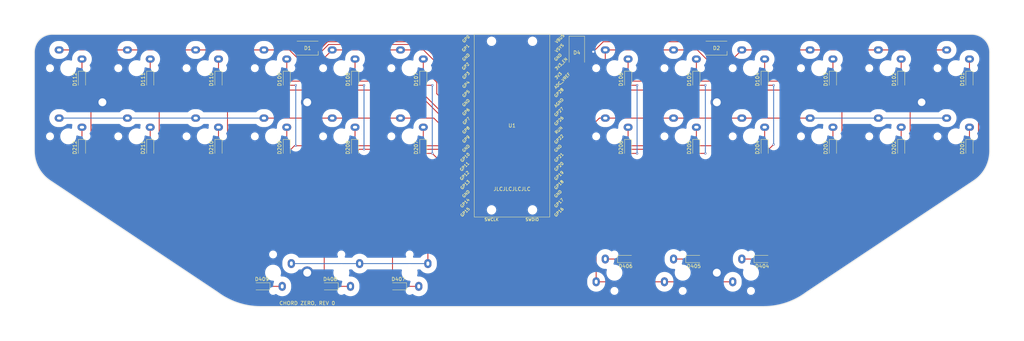
<source format=kicad_pcb>
(kicad_pcb (version 20211014) (generator pcbnew)
  (layers (0 "F.Cu" signal) (31 "B.Cu" signal) (34 "B.Paste" user) (35 "F.Paste" user) (36 "B.SilkS" user "B.Silkscreen") (37 "F.SilkS" user "F.Silkscreen") (38 "B.Mask" user) (39 "F.Mask" user) (44 "Edge.Cuts" user))
  (net 0 "")
  (net 1 "/COL1")
  (net 2 "/COL2")
  (net 3 "/COL3")
  (net 4 "/COL4")
  (net 5 "/COL5")
  (net 6 "/COL6")
  (net 7 "/DIN_DOUT")
  (net 9 "/ROW1")
  (net 10 "/ROW2")
  (net 20 "Net-(D409-Pad1)")
  (net 21 "Net-(D408-Pad1)")
  (net 22 "Net-(D407-Pad1)")
  (net 23 "Net-(D406-Pad1)")
  (net 24 "Net-(D405-Pad1)")
  (net 25 "Net-(D404-Pad1)")
  (net 26 "Net-(D212-Pad1)")
  (net 27 "Net-(D211-Pad1)")
  (net 28 "Net-(D210-Pad1)")
  (net 29 "Net-(D209-Pad1)")
  (net 30 "Net-(D208-Pad1)")
  (net 31 "Net-(D207-Pad1)")
  (net 32 "Net-(D206-Pad1)")
  (net 33 "Net-(D205-Pad1)")
  (net 34 "Net-(D204-Pad1)")
  (net 35 "Net-(D203-Pad1)")
  (net 36 "Net-(D202-Pad1)")
  (net 37 "Net-(D201-Pad1)")
  (net 38 "Net-(D112-Pad1)")
  (net 39 "Net-(D111-Pad1)")
  (net 40 "Net-(D110-Pad1)")
  (net 41 "Net-(D109-Pad1)")
  (net 42 "Net-(D108-Pad1)")
  (net 43 "Net-(D107-Pad1)")
  (net 44 "Net-(D106-Pad1)")
  (net 45 "Net-(D105-Pad1)")
  (net 46 "Net-(D104-Pad1)")
  (net 47 "Net-(D103-Pad1)")
  (net 48 "Net-(D102-Pad1)")
  (net 49 "Net-(D101-Pad1)")
  (net 50 "/ROW5")
  (net 51 "/ROW6")
  (net 53 "/ROW8")
  (net 59 "/RGB")
  (net 61 "GND")
  (net 62 "VBUS")
  (net 64 "/ROW4")
  (footprint "footprints:D_SOD-123" (layer "F.Cu") (at 31.61 62.69)
    (fp_text reference "D406")
    (fp_text value "1N4148W" hide)
  )
  (footprint "footprints:D_SOD-123" (layer "F.Cu") (at -43.69 31.61 -90)
    (fp_text reference "D208")
    (fp_text value "1N4148W" hide)
  )
  (footprint "footprints:D_SOD-123" (layer "F.Cu") (at -100.69 31.61 -90)
    (fp_text reference "D211")
    (fp_text value "1N4148W" hide)
  )
  (footprint "LED_SMD:LED_SK6812MINI_PLCC4_3.5x3.5mm_P1.75mm" (layer "F.Cu") (at 56.896 3.91)
    (fp_text reference "D2")
    (fp_text value "SK6812MINI")
  )
  (footprint "footprints:M2 Hole" (layer "F.Cu") (at -114 19)
    (fp_text reference "H2" hide)
    (fp_text value "MountingHole" hide)
  )
  (footprint "footprints:D_SOD-123" (layer "F.Cu") (at 108.31 31.61 -90)
    (fp_text reference "D202")
    (fp_text value "1N4148W" hide)
  )
  (footprint "footprints:D_SOD-123" (layer "F.Cu") (at -50.61 70.31 180)
    (fp_text reference "D408")
    (fp_text value "1N4148W" hide)
  )
  (footprint "footprints:D_SOD-123" (layer "F.Cu") (at 89.31 31.61 -90)
    (fp_text reference "D203")
    (fp_text value "1N4148W" hide)
  )
  (footprint "footprints:D_SOD-123" (layer "F.Cu") (at 70.31 31.61 -90)
    (fp_text reference "D204")
    (fp_text value "1N4148W" hide)
  )
  (footprint "footprints:D_SOD-123" (layer "F.Cu") (at -62.69 31.61 -90)
    (fp_text reference "D209")
    (fp_text value "1N4148W" hide)
  )
  (footprint "footprints:M2 Hole" (layer "F.Cu") (at 57 66.5)
    (fp_text reference "H6" hide)
    (fp_text value "MountingHole" hide)
  )
  (footprint "footprints:D_SOD-123" (layer "F.Cu") (at -43.69 12.61 -90)
    (fp_text reference "D108")
    (fp_text value "1N4148W" hide)
  )
  (footprint "footprints:D_SOD-123" (layer "F.Cu") (at 51.31 31.61 -90)
    (fp_text reference "D205")
    (fp_text value "1N4148W" hide)
  )
  (footprint "footprints:D_SOD-123" (layer "F.Cu") (at -119.69 31.61 -90)
    (fp_text reference "D212")
    (fp_text value "1N4148W" hide)
  )
  (footprint "footprints:M2 Hole" (layer "F.Cu") (at -57 19)
    (fp_text reference "H3" hide)
    (fp_text value "MountingHole" hide)
  )
  (footprint "footprints:D_SOD-123" (layer "F.Cu") (at -81.69 31.61 -90)
    (fp_text reference "D210")
    (fp_text value "1N4148W" hide)
  )
  (footprint "footprints:D_SOD-123" (layer "F.Cu") (at 127.31 12.61 -90)
    (fp_text reference "D101")
    (fp_text value "1N4148W" hide)
  )
  (footprint "footprints:M2 Hole" (layer "F.Cu") (at -57 66.5)
    (fp_text reference "H5" hide)
    (fp_text value "MountingHole" hide)
  )
  (footprint "footprints:D_SOD-123" (layer "F.Cu") (at -31.61 70.31 180)
    (fp_text reference "D407")
    (fp_text value "1N4148W" hide)
  )
  (footprint "footprints:D_SOD-123" (layer "F.Cu") (at -81.69 12.61 -90)
    (fp_text reference "D110")
    (fp_text value "1N4148W" hide)
  )
  (footprint "footprints:D_SOD-123" (layer "F.Cu") (at 89.31 12.61 -90)
    (fp_text reference "D103")
    (fp_text value "1N4148W" hide)
  )
  (footprint "footprints:M2 Hole" (layer "F.Cu") (at 57 19)
    (fp_text reference "H4" hide)
    (fp_text value "MountingHole" hide)
  )
  (footprint "footprints:D_SOD-123" (layer "F.Cu") (at -24.69 31.61 -90)
    (fp_text reference "D207")
    (fp_text value "1N4148W" hide)
  )
  (footprint "footprints:D_SOD-123" (layer "F.Cu") (at 50.61 62.69)
    (fp_text reference "D405")
    (fp_text value "1N4148W" hide)
  )
  (footprint "footprints:D_SOD-123" (layer "F.Cu") (at 69.61 62.69)
    (fp_text reference "D404")
    (fp_text value "1N4148W" hide)
  )
  (footprint "footprints:D_SOD-123" (layer "F.Cu") (at -62.69 12.61 -90)
    (fp_text reference "D109")
    (fp_text value "1N4148W" hide)
  )
  (footprint "footprints:D_SOD-123" (layer "F.Cu") (at -24.69 12.61 -90)
    (fp_text reference "D107")
    (fp_text value "1N4148W" hide)
  )
  (footprint "footprints:D_SOD-123" (layer "F.Cu") (at 51.31 12.61 -90)
    (fp_text reference "D105")
    (fp_text value "1N4148W" hide)
  )
  (footprint "footprints:RPi_Pico_SMD" (layer "F.Cu") (at 0 25.5)
    (fp_text reference "U1")
    (fp_text value "Pico")
  )
  (footprint "footprints:D_SOD-123" (layer "F.Cu") (at 70.31 12.61 -90)
    (fp_text reference "D104")
    (fp_text value "1N4148W" hide)
  )
  (footprint "footprints:D_SOD-123" (layer "F.Cu") (at -119.69 12.61 -90)
    (fp_text reference "D112")
    (fp_text value "1N4148W" hide)
  )
  (footprint "Diode_SMD:D_SMB_Handsoldering" (layer "F.Cu") (at 18.034 5.18 -90)
    (fp_text reference "D4")
    (fp_text value "P6SMB6.8A")
  )
  (footprint "LED_SMD:LED_SK6812MINI_PLCC4_3.5x3.5mm_P1.75mm" (layer "F.Cu") (at -56.896 3.91)
    (fp_text reference "D1")
    (fp_text value "SK6812MINI")
  )
  (footprint "footprints:D_SOD-123" (layer "F.Cu") (at 108.31 12.61 -90)
    (fp_text reference "D102")
    (fp_text value "1N4148W" hide)
  )
  (footprint "footprints:D_SOD-123" (layer "F.Cu") (at 32.31 31.61 -90)
    (fp_text reference "D206")
    (fp_text value "1N4148W" hide)
  )
  (footprint "footprints:D_SOD-123" (layer "F.Cu") (at 32.31 12.61 -90)
    (fp_text reference "D106")
    (fp_text value "1N4148W" hide)
  )
  (footprint "footprints:M2 Hole" (layer "F.Cu") (at 114 19)
    (fp_text reference "H1" hide)
    (fp_text value "MountingHole" hide)
  )
  (footprint "footprints:D_SOD-123" (layer "F.Cu") (at -69.61 70.31 180)
    (fp_text reference "D409")
    (fp_text value "1N4148W" hide)
  )
  (footprint "footprints:D_SOD-123" (layer "F.Cu") (at 127.31 31.61 -90)
    (fp_text reference "D201")
    (fp_text value "1N4148W" hide)
  )
  (footprint "footprints:D_SOD-123" (layer "F.Cu") (at -100.69 12.61 -90)
    (fp_text reference "D111")
    (fp_text value "1N4148W" hide)
  )
  (footprint "footprints:CherryMX_1u_snug_fit" (layer "B.Cu") (at 104.5 9.5 180)
    (fp_text reference "SW102" hide)
    (fp_text value "SW_Push" hide)
  )
  (footprint "footprints:CherryMX_1u_snug_fit" (layer "B.Cu") (at -85.5 9.5 180)
    (fp_text reference "SW110" hide)
    (fp_text value "SW_Push" hide)
  )
  (footprint "footprints:CherryMX_1u_snug_fit" (layer "B.Cu") (at -66.5 66.5 90)
    (fp_text reference "SW409" hide)
    (fp_text value "SW_Push" hide)
  )
  (footprint "footprints:CherryMX_1u_snug_fit" (layer "B.Cu") (at -28.5 28.5 180)
    (fp_text reference "SW207" hide)
    (fp_text value "SW_Push" hide)
  )
  (footprint "footprints:CherryMX_1u_snug_fit" (layer "B.Cu") (at -123.5 9.5 180)
    (fp_text reference "SW112" hide)
    (fp_text value "SW_Push" hide)
  )
  (footprint "footprints:CherryMX_1u_snug_fit" (layer "B.Cu") (at 66.5 9.5 180)
    (fp_text reference "SW104" hide)
    (fp_text value "SW_Push" hide)
  )
  (footprint "footprints:CherryMX_1u_snug_fit" (layer "B.Cu") (at 123.5 9.5 180)
    (fp_text reference "SW101" hide)
    (fp_text value "SW_Push" hide)
  )
  (footprint "footprints:CherryMX_1u_snug_fit" (layer "B.Cu") (at -66.5 9.5 180)
    (fp_text reference "SW109" hide)
    (fp_text value "SW_Push" hide)
  )
  (footprint "footprints:CherryMX_1u_snug_fit" (layer "B.Cu") (at -104.5 28.5 180)
    (fp_text reference "SW211" hide)
    (fp_text value "SW_Push" hide)
  )
  (footprint "footprints:CherryMX_1u_snug_fit" (layer "B.Cu") (at 85.5 28.5 180)
    (fp_text reference "SW203" hide)
    (fp_text value "SW_Push" hide)
  )
  (footprint "footprints:CherryMX_1u_snug_fit" (layer "B.Cu") (at 66.5 28.5 180)
    (fp_text reference "SW204" hide)
    (fp_text value "SW_Push" hide)
  )
  (footprint "footprints:CherryMX_1u_snug_fit" (layer "B.Cu") (at 28.5 66.5 -90)
    (fp_text reference "SW406" hide)
    (fp_text value "SW_Push" hide)
  )
  (footprint "footprints:CherryMX_1u_snug_fit" (layer "B.Cu") (at 47.5 9.5 180)
    (fp_text reference "SW105" hide)
    (fp_text value "SW_Push" hide)
  )
  (footprint "footprints:CherryMX_1u_snug_fit" (layer "B.Cu") (at -85.5 28.5 180)
    (fp_text reference "SW210" hide)
    (fp_text value "SW_Push" hide)
  )
  (footprint "footprints:CherryMX_1u_snug_fit" (layer "B.Cu") (at 47.5 66.5 -90)
    (fp_text reference "SW405" hide)
    (fp_text value "SW_Push" hide)
  )
  (footprint "footprints:CherryMX_1u_snug_fit" (layer "B.Cu") (at 104.5 28.5 180)
    (fp_text reference "SW202" hide)
    (fp_text value "SW_Push" hide)
  )
  (footprint "footprints:CherryMX_1u_snug_fit" (layer "B.Cu") (at 47.5 28.5 180)
    (fp_text reference "SW205" hide)
    (fp_text value "SW_Push" hide)
  )
  (footprint "footprints:CherryMX_1u_snug_fit" (layer "B.Cu") (at -28.5 9.5 180)
    (fp_text reference "SW107" hide)
    (fp_text value "SW_Push" hide)
  )
  (footprint "footprints:CherryMX_1u_snug_fit" (layer "B.Cu") (at 28.5 28.5 180)
    (fp_text reference "SW206" hide)
    (fp_text value "SW_Push" hide)
  )
  (footprint "footprints:CherryMX_1u_snug_fit" (layer "B.Cu") (at -47.5 66.5 90)
    (fp_text reference "SW408" hide)
    (fp_text value "SW_Push" hide)
  )
  (footprint "footprints:CherryMX_1u_snug_fit" (layer "B.Cu") (at -123.5 28.5 180)
    (fp_text reference "SW212" hide)
    (fp_text value "SW_Push" hide)
  )
  (footprint "footprints:CherryMX_1u_snug_fit" (layer "B.Cu") (at 28.5 9.5 180)
    (fp_text reference "SW106" hide)
    (fp_text value "SW_Push" hide)
  )
  (footprint "footprints:CherryMX_1u_snug_fit" (layer "B.Cu") (at 66.5 66.5 -90)
    (fp_text reference "SW404" hide)
    (fp_text value "SW_Push" hide)
  )
  (footprint "footprints:CherryMX_1u_snug_fit" (layer "B.Cu") (at -104.5 9.5 180)
    (fp_text reference "SW111" hide)
    (fp_text value "SW_Push" hide)
  )
  (footprint "footprints:CherryMX_1u_snug_fit" (layer "B.Cu") (at -28.5 66.5 90)
    (fp_text reference "SW407" hide)
    (fp_text value "SW_Push" hide)
  )
  (footprint "footprints:CherryMX_1u_snug_fit" (layer "B.Cu") (at 123.5 28.5 180)
    (fp_text reference "SW201" hide)
    (fp_text value "SW_Push" hide)
  )
  (footprint "footprints:CherryMX_1u_snug_fit" (layer "B.Cu") (at -47.5 9.5 180)
    (fp_text reference "SW108" hide)
    (fp_text value "SW_Push" hide)
  )
  (footprint "footprints:CherryMX_1u_snug_fit" (layer "B.Cu") (at -47.5 28.5 180)
    (fp_text reference "SW208" hide)
    (fp_text value "SW_Push" hide)
  )
  (footprint "footprints:CherryMX_1u_snug_fit" (layer "B.Cu") (at -66.5 28.5 180)
    (fp_text reference "SW209" hide)
    (fp_text value "SW_Push" hide)
  )
  (footprint "footprints:CherryMX_1u_snug_fit" (layer "B.Cu") (at 85.5 9.5 180)
    (fp_text reference "SW103" hide)
    (fp_text value "SW_Push" hide)
  )
  (gr_line (start 128 0) (end -128 0) (layer "Edge.Cuts") (width 0.1))
  (gr_arc (start 128 0) (mid 131.535534 1.464466) (end 133 5) (layer "Edge.Cuts") (width 0.1))
  (gr_arc (start 82 72) (mid 76.324825 74.974475) (end 70 76) (layer "Edge.Cuts") (width 0.1))
  (gr_arc (start -128.459806 40.977978) (mid -131.791825 37.364466) (end -133 32.6) (layer "Edge.Cuts") (width 0.1))
  (gr_line (start 82 72) (end 128.459806 40.977978) (layer "Edge.Cuts") (width 0.1))
  (gr_arc (start -133 5) (mid -131.535534 1.464466) (end -128 0) (layer "Edge.Cuts") (width 0.1))
  (gr_line (start 133 32.6) (end 133 5) (layer "Edge.Cuts") (width 0.1))
  (gr_line (start -133 32.6) (end -133 5) (layer "Edge.Cuts") (width 0.1))
  (gr_arc (start -70 76) (mid -76.324555 74.973666) (end -82 72) (layer "Edge.Cuts") (width 0.1))
  (gr_line (start -82 72) (end -128.459806 40.977978) (layer "Edge.Cuts") (width 0.1))
  (gr_line (start -70 76) (end 70 76) (layer "Edge.Cuts") (width 0.1))
  (gr_arc (start 133 32.6) (mid 131.791987 37.364553) (end 128.459806 40.977978) (layer "Edge.Cuts") (width 0.1))
  (gr_text "JLCJLCJLCJLC" (at 0 43.18) (layer "F.SilkS") (effects (font (size 1 1))))
  (gr_text "CHORD ZERO, REV 0" (at -57 75) (layer "F.SilkS") (effects (font (size 1 1))))
  (segment (start 10.795 29.31) (end 27.995 12.11) (width 0.25) (layer "F.Cu") (net 1))
  (segment (start 127.31 14.26) (end 125.16 12.11) (width 0.25) (layer "F.Cu") (net 1))
  (segment (start 8.89 29.31) (end 10.795 29.31) (width 0.25) (layer "F.Cu") (net 1))
  (segment (start -119.69 14.26) (end -117.19 14.26) (width 0.25) (layer "F.Cu") (net 1))
  (segment (start -117.19 30.76) (end -119.69 33.26) (width 0.25) (layer "F.Cu") (net 1))
  (segment (start -22.28 12.11) (end -115.04 12.11) (width 0.25) (layer "F.Cu") (net 1))
  (segment (start 27.995 12.11) (end 29.155 12.11) (width 0.25) (layer "F.Cu") (net 1))
  (segment (start -1.905 25.5) (end -12.065 25.5) (width 0.25) (layer "F.Cu") (net 1))
  (segment (start 8.89 29.31) (end 1.905 29.31) (width 0.25) (layer "F.Cu") (net 1))
  (segment (start 1.905 29.31) (end -1.905 25.5) (width 0.25) (layer "F.Cu") (net 1))
  (segment (start -12.065 25.5) (end -20.955 16.61) (width 0.25) (layer "F.Cu") (net 1))
  (segment (start -115.04 12.11) (end -117.19 14.26) (width 0.25) (layer "F.Cu") (net 1))
  (segment (start 129.81 30.76) (end 129.81 16.76) (width 0.25) (layer "F.Cu") (net 1))
  (segment (start -20.955 13.435) (end -22.28 12.11) (width 0.25) (layer "F.Cu") (net 1))
  (segment (start -117.19 14.26) (end -117.19 30.76) (width 0.25) (layer "F.Cu") (net 1))
  (segment (start -20.955 16.61) (end -20.955 13.435) (width 0.25) (layer "F.Cu") (net 1))
  (segment (start 127.31 33.26) (end 129.81 30.76) (width 0.25) (layer "F.Cu") (net 1))
  (segment (start 129.81 16.76) (end 127.31 14.26) (width 0.25) (layer "F.Cu") (net 1))
  (segment (start 125.16 12.11) (end 29.155 12.11) (width 0.25) (layer "F.Cu") (net 1))
  (segment (start 110.81 30.76) (end 110.81 16.76) (width 0.25) (layer "F.Cu") (net 2))
  (segment (start 30.17 13.11) (end 107.16 13.11) (width 0.25) (layer "F.Cu") (net 2))
  (segment (start -98.19 30.76) (end -100.69 33.26) (width 0.25) (layer "F.Cu") (net 2))
  (segment (start 0.635 30.58) (end 12.065 30.58) (width 0.25) (layer "F.Cu") (net 2))
  (segment (start 29.535 13.11) (end 30.17 13.11) (width 0.25) (layer "F.Cu") (net 2))
  (segment (start -8.89 29.31) (end -0.635 29.31) (width 0.25) (layer "F.Cu") (net 2))
  (segment (start -28.265 13.11) (end -12.065 29.31) (width 0.25) (layer "F.Cu") (net 2))
  (segment (start -97.04 13.11) (end -96.04 13.11) (width 0.25) (layer "F.Cu") (net 2))
  (segment (start -100.69 14.26) (end -98.19 14.26) (width 0.25) (layer "F.Cu") (net 2))
  (segment (start -96.04 13.11) (end -28.265 13.11) (width 0.25) (layer "F.Cu") (net 2))
  (segment (start -12.065 29.31) (end -8.89 29.31) (width 0.25) (layer "F.Cu") (net 2))
  (segment (start 108.31 33.26) (end 110.81 30.76) (width 0.25) (layer "F.Cu") (net 2))
  (segment (start -98.19 14.26) (end -97.04 13.11) (width 0.25) (layer "F.Cu") (net 2))
  (segment (start -0.635 29.31) (end 0.635 30.58) (width 0.25) (layer "F.Cu") (net 2))
  (segment (start 110.81 16.76) (end 108.31 14.26) (width 0.25) (layer "F.Cu") (net 2))
  (segment (start 12.065 30.58) (end 29.535 13.11) (width 0.25) (layer "F.Cu") (net 2))
  (segment (start -98.19 14.26) (end -98.19 30.76) (width 0.25) (layer "F.Cu") (net 2))
  (segment (start 107.16 13.11) (end 108.31 14.26) (width 0.25) (layer "F.Cu") (net 2))
  (segment (start -27.035 15.61) (end -28.305 15.61) (width 0.25) (layer "F.Cu") (net 3))
  (segment (start 89.31 33.26) (end 91.81 30.76) (width 0.25) (layer "F.Cu") (net 3))
  (segment (start -12.065 30.58) (end -27.035 15.61) (width 0.25) (layer "F.Cu") (net 3))
  (segment (start 8.89 34.39) (end 1.905 34.39) (width 0.25) (layer "F.Cu") (net 3))
  (segment (start 8.89 34.39) (end 10.795 34.39) (width 0.25) (layer "F.Cu") (net 3))
  (segment (start 91.81 18.11) (end 91.81 18.46) (width 0.25) (layer "F.Cu") (net 3))
  (segment (start 89.31 15.61) (end 91.81 18.11) (width 0.25) (layer "F.Cu") (net 3))
  (segment (start 29.575 15.61) (end 89.31 15.61) (width 0.25) (layer "F.Cu") (net 3))
  (segment (start 10.795 34.39) (end 29.575 15.61) (width 0.25) (layer "F.Cu") (net 3))
  (segment (start 91.81 30.76) (end 91.81 18.46) (width 0.25) (layer "F.Cu") (net 3))
  (segment (start -81.69 33.26) (end -79.19 30.76) (width 0.25) (layer "F.Cu") (net 3))
  (segment (start 1.905 34.39) (end -1.905 30.58) (width 0.25) (layer "F.Cu") (net 3))
  (segment (start -1.905 30.58) (end -12.065 30.58) (width 0.25) (layer "F.Cu") (net 3))
  (segment (start -81.69 14.26) (end -80.34 15.61) (width 0.25) (layer "F.Cu") (net 3))
  (segment (start -79.19 30.76) (end -79.19 15.61) (width 0.25) (layer "F.Cu") (net 3))
  (segment (start -80.34 15.61) (end -79.19 15.61) (width 0.25) (layer "F.Cu") (net 3))
  (segment (start 89.31 14.26) (end 89.31 15.61) (width 0.25) (layer "F.Cu") (net 3))
  (segment (start -79.19 15.61) (end -28.305 15.61) (width 0.25) (layer "F.Cu") (net 3))
  (segment (start 70.31 33.26) (end 72.81 30.76) (width 0.25) (layer "F.Cu") (net 4))
  (segment (start -0.635 36.93) (end 0.635 38.2) (width 0.25) (layer "F.Cu") (net 4))
  (segment (start 19.155 31.11) (end 68.16 31.11) (width 0.25) (layer "F.Cu") (net 4))
  (segment (start -8.89 36.93) (end -10.795 36.93) (width 0.25) (layer "F.Cu") (net 4))
  (segment (start -62.69 14.26) (end -60.19 14.26) (width 0.25) (layer "F.Cu") (net 4))
  (segment (start 70.31 14.26) (end 72.81 14.26) (width 0.25) (layer "F.Cu") (net 4))
  (segment (start -71.26 70.31) (end -71.26 41.83) (width 0.25) (layer "F.Cu") (net 4))
  (segment (start 70.31 33.26) (end 71.26 34.21) (width 0.25) (layer "F.Cu") (net 4))
  (segment (start 71.26 34.21) (end 71.26 62.69) (width 0.25) (layer "F.Cu") (net 4))
  (segment (start -71.26 41.83) (end -62.69 33.26) (width 0.25) (layer "F.Cu") (net 4))
  (segment (start -16.615 31.11) (end -60.54 31.11) (width 0.25) (layer "F.Cu") (net 4))
  (segment (start -60.54 31.11) (end -62.69 33.26) (width 0.25) (layer "F.Cu") (net 4))
  (segment (start -10.795 36.93) (end -16.615 31.11) (width 0.25) (layer "F.Cu") (net 4))
  (segment (start 12.065 38.2) (end 19.155 31.11) (width 0.25) (layer "F.Cu") (net 4))
  (segment (start 68.16 31.11) (end 70.31 33.26) (width 0.25) (layer "F.Cu") (net 4))
  (segment (start -8.89 36.93) (end -0.635 36.93) (width 0.25) (layer "F.Cu") (net 4))
  (segment (start 0.635 38.2) (end 12.065 38.2) (width 0.25) (layer "F.Cu") (net 4))
  (via (at -60.19 31.11) (size 0.6) (drill 0.3) (layers "F.Cu" "B.Cu") (net 4))
  (via (at 72.81 14.26) (size 0.6) (drill 0.3) (layers "F.Cu" "B.Cu") (net 4))
  (via (at -60.19 14.26) (size 0.6) (drill 0.3) (layers "F.Cu" "B.Cu") (net 4))
  (via (at 72.81 30.76) (size 0.6) (drill 0.3) (layers "F.Cu" "B.Cu") (net 4))
  (segment (start -60.19 14.26) (end -60.19 31.11) (width 0.25) (layer "B.Cu") (net 4))
  (segment (start 72.81 30.76) (end 72.81 14.26) (width 0.25) (layer "B.Cu") (net 4))
  (segment (start 51.31 33.26) (end 53.81 33.26) (width 0.25) (layer "F.Cu") (net 5))
  (segment (start -43.69 14.26) (end -41.19 14.26) (width 0.25) (layer "F.Cu") (net 5))
  (segment (start 50.16 32.11) (end 51.31 33.26) (width 0.25) (layer "F.Cu") (net 5))
  (segment (start 20.695 32.11) (end 50.16 32.11) (width 0.25) (layer "F.Cu") (net 5))
  (segment (start -52.26 70.31) (end -52.26 41.83) (width 0.25) (layer "F.Cu") (net 5))
  (segment (start 51.31 14.26) (end 53.81 14.26) (width 0.25) (layer "F.Cu") (net 5))
  (segment (start 13.335 39.47) (end 20.695 32.11) (width 0.25) (layer "F.Cu") (net 5))
  (segment (start -52.26 41.83) (end -43.69 33.26) (width 0.25) (layer "F.Cu") (net 5))
  (segment (start -18.155 32.11) (end -42.54 32.11) (width 0.25) (layer "F.Cu") (net 5))
  (segment (start 0.635 39.47) (end -0.635 38.2) (width 0.25) (layer "F.Cu") (net 5))
  (segment (start 52.26 62.69) (end 52.26 34.21) (width 0.25) (layer "F.Cu") (net 5))
  (segment (start 8.89 39.47) (end 0.635 39.47) (width 0.25) (layer "F.Cu") (net 5))
  (segment (start 52.26 34.21) (end 51.31 33.26) (width 0.25) (layer "F.Cu") (net 5))
  (segment (start 8.89 39.47) (end 13.335 39.47) (width 0.25) (layer "F.Cu") (net 5))
  (segment (start -12.065 38.2) (end -18.155 32.11) (width 0.25) (layer "F.Cu") (net 5))
  (segment (start -0.635 38.2) (end -12.065 38.2) (width 0.25) (layer "F.Cu") (net 5))
  (segment (start -42.54 32.11) (end -43.69 33.26) (width 0.25) (layer "F.Cu") (net 5))
  (via (at -41.19 32.11) (size 0.6) (drill 0.3) (layers "F.Cu" "B.Cu") (net 5))
  (via (at 53.81 33.26) (size 0.6) (drill 0.3) (layers "F.Cu" "B.Cu") (net 5))
  (via (at -41.19 14.26) (size 0.6) (drill 0.3) (layers "F.Cu" "B.Cu") (net 5))
  (via (at 53.81 14.26) (size 0.6) (drill 0.3) (layers "F.Cu" "B.Cu") (net 5))
  (segment (start -41.19 14.26) (end -41.19 30.76) (width 0.25) (layer "B.Cu") (net 5))
  (segment (start -41.19 30.76) (end -41.19 32.11) (width 0.25) (layer "B.Cu") (net 5))
  (segment (start 53.81 33.26) (end 53.81 14.26) (width 0.25) (layer "B.Cu") (net 5))
  (segment (start -24.69 14.26) (end -22.19 14.26) (width 0.25) (layer "F.Cu") (net 6))
  (segment (start 32.31 14.26) (end 34.81 14.26) (width 0.25) (layer "F.Cu") (net 6))
  (segment (start -22.19 33.26) (end -24.69 33.26) (width 0.25) (layer "F.Cu") (net 6))
  (segment (start 24.83 40.74) (end 33.26 49.17) (width 0.25) (layer "F.Cu") (net 6))
  (segment (start -8.89 39.47) (end -0.635 39.47) (width 0.25) (layer "F.Cu") (net 6))
  (segment (start 24.83 40.74) (end 2.54 40.74) (width 0.25) (layer "F.Cu") (net 6))
  (segment (start -8.89 39.47) (end -15.98 39.47) (width 0.25) (layer "F.Cu") (net 6))
  (segment (start -15.98 39.47) (end -22.19 33.26) (width 0.25) (layer "F.Cu") (net 6))
  (segment (start 32.31 33.26) (end 24.83 40.74) (width 0.25) (layer "F.Cu") (net 6))
  (segment (start -33.26 41.83) (end -24.69 33.26) (width 0.25) (layer "F.Cu") (net 6))
  (segment (start 32.31 33.26) (end 34.81 33.26) (width 0.25) (layer "F.Cu") (net 6))
  (segment (start 33.26 49.17) (end 33.26 62.69) (width 0.25) (layer "F.Cu") (net 6))
  (segment (start -33.26 70.31) (end -33.26 41.83) (width 0.25) (layer "F.Cu") (net 6))
  (segment (start -0.635 39.47) (end 0.635 40.74) (width 0.25) (layer "F.Cu") (net 6))
  (segment (start 0.635 40.74) (end 2.54 40.74) (width 0.25) (layer "F.Cu") (net 6))
  (via (at 34.81 14.26) (size 0.6) (drill 0.3) (layers "F.Cu" "B.Cu") (net 6))
  (via (at -22.19 14.26) (size 0.6) (drill 0.3) (layers "F.Cu" "B.Cu") (net 6))
  (via (at -22.19 33.26) (size 0.6) (drill 0.3) (layers "F.Cu" "B.Cu") (net 6))
  (via (at 34.81 33.26) (size 0.6) (drill 0.3) (layers "F.Cu" "B.Cu") (net 6))
  (segment (start -22.19 14.26) (end -22.19 33.26) (width 0.25) (layer "B.Cu") (net 6))
  (segment (start 34.81 33.26) (end 34.81 14.26) (width 0.25) (layer "B.Cu") (net 6))
  (segment (start -58.279 3.035) (end -58.646 3.035) (width 0.25) (layer "F.Cu") (net 7))
  (segment (start -23.622 1.37) (end -51.562 1.37) (width 0.25) (layer "F.Cu") (net 7))
  (segment (start -54.102 3.91) (end -57.404 3.91) (width 0.25) (layer "F.Cu") (net 7))
  (segment (start 55.372 1.37) (end 23.876 1.37) (width 0.25) (layer "F.Cu") (net 7))
  (segment (start -19.812 5.18) (end -23.622 1.37) (width 0.25) (layer "F.Cu") (net 7))
  (segment (start 56.896 3.402) (end 56.896 2.894) (width 0.25) (layer "F.Cu") (net 7))
  (segment (start -6.35 6.196) (end -7.366 5.18) (width 0.25) (layer "F.Cu") (net 7))
  (segment (start -57.404 3.91) (end -58.279 3.035) (width 0.25) (layer "F.Cu") (net 7))
  (segment (start 56.896 2.894) (end 55.372 1.37) (width 0.25) (layer "F.Cu") (net 7))
  (segment (start 6.35 6.196) (end -6.35 6.196) (width 0.25) (layer "F.Cu") (net 7))
  (segment (start 58.646 4.785) (end 58.279 4.785) (width 0.25) (layer "F.Cu") (net 7))
  (segment (start -51.562 1.37) (end -54.102 3.91) (width 0.25) (layer "F.Cu") (net 7))
  (segment (start 20.066 5.18) (end 7.366 5.18) (width 0.25) (layer "F.Cu") (net 7))
  (segment (start 7.366 5.18) (end 6.35 6.196) (width 0.25) (layer "F.Cu") (net 7))
  (segment (start 23.876 1.37) (end 20.066 5.18) (width 0.25) (layer "F.Cu") (net 7))
  (segment (start -7.366 5.18) (end -19.812 5.18) (width 0.25) (layer "F.Cu") (net 7))
  (segment (start 58.279 4.785) (end 56.896 3.402) (width 0.25) (layer "F.Cu") (net 7))
  (segment (start 44.96 4.42) (end 50.29 4.42) (width 0.25) (layer "F.Cu") (net 9))
  (segment (start 8.89 24.23) (end 10.795 24.23) (width 0.25) (layer "F.Cu") (net 9))
  (segment (start 44.96 4.42) (end 25.96 4.42) (width 0.25) (layer "F.Cu") (net 9))
  (segment (start 120.96 4.42) (end 101.96 4.42) (width 0.25) (layer "F.Cu") (net 9))
  (segment (start 82.96 4.42) (end 63.96 4.42) (width 0.25) (layer "F.Cu") (net 9))
  (segment (start 10.795 24.23) (end 25.96 9.065) (width 0.25) (layer "F.Cu") (net 9))
  (segment (start 54.864 7.72) (end 51.564 4.42) (width 0.25) (layer "F.Cu") (net 9))
  (segment (start 101.96 4.42) (end 82.96 4.42) (width 0.25) (layer "F.Cu") (net 9))
  (segment (start 51.564 4.42) (end 50.29 4.42) (width 0.25) (layer "F.Cu") (net 9))
  (segment (start 60.66 7.72) (end 63.96 4.42) (width 0.25) (layer "F.Cu") (net 9))
  (segment (start 54.864 7.72) (end 60.66 7.72) (width 0.25) (layer "F.Cu") (net 9))
  (segment (start 25.96 9.065) (end 25.96 4.42) (width 0.25) (layer "F.Cu") (net 9))
  (segment (start 82.96 23.42) (end 63.96 23.42) (width 0.25) (layer "F.Cu") (net 10))
  (segment (start 63.96 23.42) (end 44.96 23.42) (width 0.25) (layer "F.Cu") (net 10))
  (segment (start 8.89 36.93) (end 10.795 36.93) (width 0.25) (layer "F.Cu") (net 10))
  (segment (start 44.96 23.42) (end 25.96 23.42) (width 0.25) (layer "F.Cu") (net 10))
  (segment (start 10.795 36.93) (end 24.305 23.42) (width 0.25) (layer "F.Cu") (net 10))
  (segment (start 24.305 23.42) (end 25.96 23.42) (width 0.25) (layer "F.Cu") (net 10))
  (segment (start 82.96 23.42) (end 101.96 23.42) (width 0.25) (layer "B.Cu") (net 10))
  (segment (start 101.96 23.42) (end 120.96 23.42) (width 0.25) (layer "B.Cu") (net 10))
  (segment (start -63.96 70.31) (end -67.96 70.31) (width 0.25) (layer "F.Cu") (net 20))
  (segment (start -48.96 70.31) (end -44.96 70.31) (width 0.25) (layer "F.Cu") (net 21))
  (segment (start -29.96 70.31) (end -25.96 70.31) (width 0.25) (layer "F.Cu") (net 22))
  (segment (start 25.96 62.69) (end 29.96 62.69) (width 0.25) (layer "F.Cu") (net 23))
  (segment (start 44.96 62.69) (end 48.96 62.69) (width 0.25) (layer "F.Cu") (net 24))
  (segment (start 63.96 62.69) (end 67.96 62.69) (width 0.25) (layer "F.Cu") (net 25))
  (segment (start -119.69 25.96) (end -119.69 29.96) (width 0.25) (layer "F.Cu") (net 26))
  (segment (start -100.69 25.96) (end -100.69 29.96) (width 0.25) (layer "F.Cu") (net 27))
  (segment (start -81.69 25.96) (end -81.69 29.96) (width 0.25) (layer "F.Cu") (net 28))
  (segment (start -62.69 25.96) (end -62.69 29.96) (width 0.25) (layer "F.Cu") (net 29))
  (segment (start -43.69 25.96) (end -43.69 29.96) (width 0.25) (layer "F.Cu") (net 30))
  (segment (start -24.69 25.96) (end -24.69 29.96) (width 0.25) (layer "F.Cu") (net 31))
  (segment (start 32.31 25.96) (end 32.31 29.96) (width 0.25) (layer "F.Cu") (net 32))
  (segment (start 51.31 25.96) (end 51.31 29.96) (width 0.25) (layer "F.Cu") (net 33))
  (segment (start 70.31 25.96) (end 70.31 29.96) (width 0.25) (layer "F.Cu") (net 34))
  (segment (start 89.31 25.96) (end 89.31 29.96) (width 0.25) (layer "F.Cu") (net 35))
  (segment (start 108.31 25.96) (end 108.31 29.96) (width 0.25) (layer "F.Cu") (net 36))
  (segment (start 127.31 25.96) (end 127.31 29.96) (width 0.25) (layer "F.Cu") (net 37))
  (segment (start -119.69 10.96) (end -119.69 6.96) (width 0.25) (layer "F.Cu") (net 38))
  (segment (start -100.69 10.96) (end -100.69 6.96) (width 0.25) (layer "F.Cu") (net 39))
  (segment (start -81.69 10.96) (end -81.69 6.96) (width 0.25) (layer "F.Cu") (net 40))
  (segment (start -62.69 10.96) (end -62.69 6.96) (width 0.25) (layer "F.Cu") (net 41))
  (segment (start -43.69 10.96) (end -43.69 6.96) (width 0.25) (layer "F.Cu") (net 42))
  (segment (start -24.69 10.96) (end -24.69 6.96) (width 0.25) (layer "F.Cu") (net 43))
  (segment (start 32.31 6.96) (end 32.31 10.96) (width 0.25) (layer "F.Cu") (net 44))
  (segment (start 51.31 6.96) (end 51.31 10.96) (width 0.25) (layer "F.Cu") (net 45))
  (segment (start 70.31 6.96) (end 70.31 10.96) (width 0.25) (layer "F.Cu") (net 46))
  (segment (start 89.31 6.96) (end 89.31 10.96) (width 0.25) (layer "F.Cu") (net 47))
  (segment (start 108.31 6.96) (end 108.31 10.96) (width 0.25) (layer "F.Cu") (net 48))
  (segment (start 127.31 6.96) (end 127.31 10.96) (width 0.25) (layer "F.Cu") (net 49))
  (segment (start -88.04 4.42) (end -69.04 4.42) (width 0.25) (layer "F.Cu") (net 50))
  (segment (start -10.795 24.23) (end -19.05 15.975) (width 0.25) (layer "F.Cu") (net 50))
  (segment (start -107.04 4.42) (end -88.04 4.42) (width 0.25) (layer "F.Cu") (net 50))
  (segment (start -69.04 4.42) (end -61.974 4.42) (width 0.25) (layer "F.Cu") (net 50))
  (segment (start -19.05 15.975) (end -19.05 10.006) (width 0.25) (layer "F.Cu") (net 50))
  (segment (start -25.652 4.42) (end -31.04 4.42) (width 0.25) (layer "F.Cu") (net 50))
  (segment (start -50.04 4.42) (end -31.04 4.42) (width 0.25) (layer "F.Cu") (net 50))
  (segment (start -53.34 7.72) (end -58.674 7.72) (width 0.25) (layer "F.Cu") (net 50))
  (segment (start -8.89 24.23) (end -10.795 24.23) (width 0.25) (layer "F.Cu") (net 50))
  (segment (start -19.05 10.006) (end -24.636 4.42) (width 0.25) (layer "F.Cu") (net 50))
  (segment (start -58.674 7.72) (end -61.974 4.42) (width 0.25) (layer "F.Cu") (net 50))
  (segment (start -24.636 4.42) (end -25.652 4.42) (width 0.25) (layer "F.Cu") (net 50))
  (segment (start -126.04 4.42) (end -107.04 4.42) (width 0.25) (layer "F.Cu") (net 50))
  (segment (start -50.04 4.42) (end -53.34 7.72) (width 0.25) (layer "F.Cu") (net 50))
  (segment (start -31.04 23.42) (end -21.765 23.42) (width 0.25) (layer "F.Cu") (net 51))
  (segment (start -21.765 23.42) (end -10.795 34.39) (width 0.25) (layer "F.Cu") (net 51))
  (segment (start -50.04 23.42) (end -31.04 23.42) (width 0.25) (layer "F.Cu") (net 51))
  (segment (start -69.04 23.42) (end -50.04 23.42) (width 0.25) (layer "F.Cu") (net 51))
  (segment (start -10.795 34.39) (end -8.89 34.39) (width 0.25) (layer "F.Cu") (net 51))
  (segment (start -88.04 23.42) (end -69.04 23.42) (width 0.25) (layer "B.Cu") (net 51))
  (segment (start -107.04 23.42) (end -88.04 23.42) (width 0.25) (layer "B.Cu") (net 51))
  (segment (start -126.04 23.42) (end -107.04 23.42) (width 0.25) (layer "B.Cu") (net 51))
  (segment (start -8.89 47.09) (end -10.795 47.09) (width 0.25) (layer "F.Cu") (net 53))
  (segment (start -10.795 47.09) (end -23.42 59.715) (width 0.25) (layer "F.Cu") (net 53))
  (segment (start -23.42 59.715) (end -23.42 63.96) (width 0.25) (layer "F.Cu") (net 53))
  (segment (start -61.42 63.96) (end -42.42 63.96) (width 0.25) (layer "B.Cu") (net 53))
  (segment (start -42.42 63.96) (end -23.42 63.96) (width 0.25) (layer "B.Cu") (net 53))
  (segment (start -51.308 2.132) (end -53.961 4.785) (width 0.25) (layer "F.Cu") (net 59))
  (segment (start -24.638 2.132) (end -51.308 2.132) (width 0.25) (layer "F.Cu") (net 59))
  (segment (start -8.89 8.99) (end -14.224 8.99) (width 0.25) (layer "F.Cu") (net 59))
  (segment (start -17.78 8.99) (end -24.638 2.132) (width 0.25) (layer "F.Cu") (net 59))
  (segment (start -14.224 8.99) (end -17.78 8.99) (width 0.25) (layer "F.Cu") (net 59))
  (segment (start -53.961 4.785) (end -55.146 4.785) (width 0.25) (layer "F.Cu") (net 59))
  (segment (start 8.89 6.45) (end 8.636 6.704) (width 0.25) (layer "F.Cu") (net 61))
  (segment (start -5.588 6.704) (end -6.096 6.704) (width 0.25) (layer "F.Cu") (net 61))
  (segment (start -53.848 5.688) (end -51.054 2.894) (width 0.25) (layer "F.Cu") (net 61))
  (segment (start -57.404 5.688) (end -53.848 5.688) (width 0.25) (layer "F.Cu") (net 61))
  (segment (start 22.606 4.926) (end 25.4 2.132) (width 0.25) (layer "F.Cu") (net 61))
  (segment (start 25.4 2.132) (end 52.07 2.132) (width 0.25) (layer "F.Cu") (net 61))
  (segment (start -24.892 2.894) (end -17.526 10.26) (width 0.25) (layer "F.Cu") (net 61))
  (segment (start -6.096 6.704) (end -8.636 6.704) (width 0.25) (layer "F.Cu") (net 61))
  (segment (start 8.636 6.704) (end -3.048 6.704) (width 0.25) (layer "F.Cu") (net 61))
  (segment (start -58.646 4.785) (end -58.307 4.785) (width 0.25) (layer "F.Cu") (net 61))
  (segment (start -3.048 6.704) (end -5.588 6.704) (width 0.25) (layer "F.Cu") (net 61))
  (segment (start 54.723 4.785) (end 55.146 4.785) (width 0.25) (layer "F.Cu") (net 61))
  (segment (start 52.07 2.132) (end 54.723 4.785) (width 0.25) (layer "F.Cu") (net 61))
  (segment (start 19.652 7.88) (end 22.606 4.926) (width 0.8) (layer "F.Cu") (net 61))
  (segment (start -5.588 8.482) (end -5.588 6.704) (width 0.25) (layer "F.Cu") (net 61))
  (segment (start -58.307 4.785) (end -57.404 5.688) (width 0.25) (layer "F.Cu") (net 61))
  (segment (start -51.054 2.894) (end -24.892 2.894) (width 0.25) (layer "F.Cu") (net 61))
  (segment (start 17.526 6.45) (end 8.89 6.45) (width 0.8) (layer "F.Cu") (net 61))
  (segment (start 18.034 7.88) (end 18.034 6.958) (width 0.8) (layer "F.Cu") (net 61))
  (segment (start -8.636 6.704) (end -8.89 6.45) (width 0.25) (layer "F.Cu") (net 61))
  (segment (start -7.366 10.26) (end -5.588 8.482) (width 0.25) (layer "F.Cu") (net 61))
  (segment (start 18.034 6.958) (end 17.526 6.45) (width 0.8) (layer "F.Cu") (net 61))
  (segment (start -17.526 10.26) (end -7.366 10.26) (width 0.25) (layer "F.Cu") (net 61))
  (segment (start 18.034 7.88) (end 19.652 7.88) (width 0.8) (layer "F.Cu") (net 61))
  (via (at 22.606 4.926) (size 1) (drill 0.6) (layers "F.Cu" "B.Cu") (net 61))
  (segment (start -7.366 2.64) (end -16.256 2.64) (width 0.25) (layer "F.Cu") (net 62))
  (segment (start 19.304 0.608) (end 55.372 0.608) (width 0.25) (layer "F.Cu") (net 62))
  (segment (start 4.572 5.688) (end -4.318 5.688) (width 0.25) (layer "F.Cu") (net 62))
  (segment (start 17.526 1.37) (end 14.986 1.37) (width 0.8) (layer "F.Cu") (net 62))
  (segment (start 58.646 3.035) (end 58.307 3.035) (width 0.25) (layer "F.Cu") (net 62))
  (segment (start 8.89 1.37) (end 4.572 5.688) (width 0.25) (layer "F.Cu") (net 62))
  (segment (start 18.034 1.878) (end 17.526 1.37) (width 0.8) (layer "F.Cu") (net 62))
  (segment (start 18.034 2.48) (end 18.034 1.878) (width 0.25) (layer "F.Cu") (net 62))
  (segment (start 58.307 3.035) (end 55.88 0.608) (width 0.25) (layer "F.Cu") (net 62))
  (segment (start -51.816 0.608) (end -54.243 3.035) (width 0.25) (layer "F.Cu") (net 62))
  (segment (start -18.288 0.608) (end -51.816 0.608) (width 0.25) (layer "F.Cu") (net 62))
  (segment (start -16.256 2.64) (end -18.288 0.608) (width 0.25) (layer "F.Cu") (net 62))
  (segment (start 55.88 0.608) (end 55.372 0.608) (width 0.25) (layer "F.Cu") (net 62))
  (segment (start 8.89 1.37) (end 14.986 1.37) (width 0.8) (layer "F.Cu") (net 62))
  (segment (start 18.034 1.878) (end 19.304 0.608) (width 0.25) (layer "F.Cu") (net 62))
  (segment (start -4.318 5.688) (end -7.366 2.64) (width 0.25) (layer "F.Cu") (net 62))
  (segment (start -54.243 3.035) (end -55.146 3.035) (width 0.25) (layer "F.Cu") (net 62))
  (segment (start 23.42 59.715) (end 23.42 69.04) (width 0.25) (layer "F.Cu") (net 64))
  (segment (start 42.42 69.04) (end 61.42 69.04) (width 0.25) (layer "F.Cu") (net 64))
  (segment (start 10.795 47.09) (end 23.42 59.715) (width 0.25) (layer "F.Cu") (net 64))
  (segment (start 23.42 69.04) (end 42.42 69.04) (width 0.25) (layer "F.Cu") (net 64))
  (segment (start 8.89 47.09) (end 10.795 47.09) (width 0.25) (layer "F.Cu") (net 64))
  (zone (net 61) (net_name "GND") (layer "B.Cu") (connect_pads yes (clearance 0.2)) (min_thickness 0.5) (fill yes (thermal_gap 0) (thermal_bridge_width 5))
    (polygon (pts (xy 142.5 38) (xy 76 85.5) (xy -76 85.5) (xy -142.5 38) (xy -142.5 -9.5) (xy 142.5 -9.5)))
  )
)
</source>
